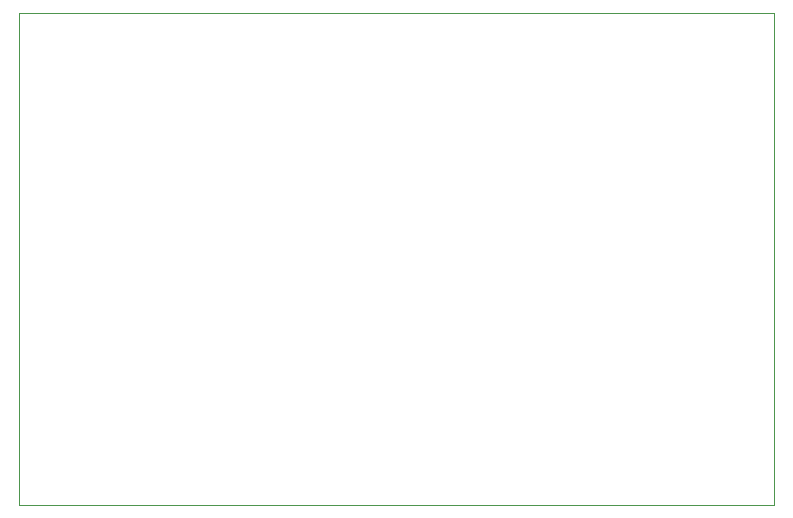
<source format=gm1>
G04 #@! TF.GenerationSoftware,KiCad,Pcbnew,7.0.8*
G04 #@! TF.CreationDate,2023-12-07T14:44:19+01:00*
G04 #@! TF.ProjectId,ESP32-aqs,45535033-322d-4617-9173-2e6b69636164,rev?*
G04 #@! TF.SameCoordinates,Original*
G04 #@! TF.FileFunction,Profile,NP*
%FSLAX46Y46*%
G04 Gerber Fmt 4.6, Leading zero omitted, Abs format (unit mm)*
G04 Created by KiCad (PCBNEW 7.0.8) date 2023-12-07 14:44:19*
%MOMM*%
%LPD*%
G01*
G04 APERTURE LIST*
G04 #@! TA.AperFunction,Profile*
%ADD10C,0.100000*%
G04 #@! TD*
G04 APERTURE END LIST*
D10*
X124714000Y-66167000D02*
X188595000Y-66167000D01*
X188595000Y-107823000D01*
X124714000Y-107823000D01*
X124714000Y-66167000D01*
M02*

</source>
